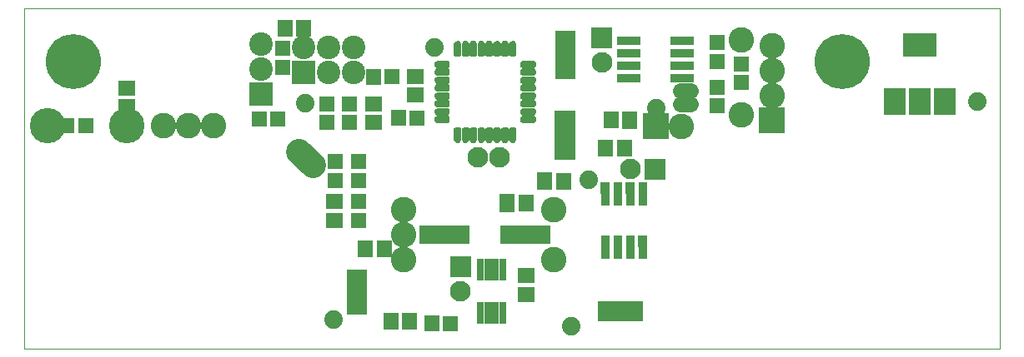
<source format=gbr>
%FSLAX34Y34*%
%MOMM*%
%LNSOLDERMASK_TOP*%
G71*
G01*
%ADD10C, 0.002*%
%ADD11C, 5.600*%
%ADD12C, 2.600*%
%ADD13R, 3.500X2.400*%
%ADD14R, 2.200X2.700*%
%ADD15R, 2.400X0.900*%
%ADD16C, 1.600*%
%ADD17R, 0.800X2.200*%
%ADD18R, 0.500X2.200*%
%ADD19R, 5.200X1.900*%
%ADD20C, 2.100*%
%ADD21R, 1.800X1.500*%
%ADD22C, 2.400*%
%ADD23R, 1.500X1.600*%
%ADD24C, 3.600*%
%ADD25R, 1.500X1.800*%
%ADD26R, 1.600X1.500*%
%ADD27R, 2.100X5.000*%
%ADD28C, 2.600*%
%ADD29C, 1.880*%
%ADD30R, 2.100X4.600*%
%ADD31R, 4.600X2.100*%
%ADD32R, 0.900X2.400*%
%ADD33C, 0.200*%
%ADD34R, 0.700X0.700*%
%LPD*%
G54D10*
X792Y-396D02*
X990792Y-396D01*
X990792Y-346396D01*
X792Y-346396D01*
X792Y-396D01*
X50402Y-54371D02*
G54D11*
D03*
X831451Y-54371D02*
G54D11*
D03*
G36*
X746617Y-127298D02*
X746617Y-101298D01*
X772617Y-101298D01*
X772617Y-127298D01*
X746617Y-127298D01*
G37*
X759618Y-88898D02*
G54D12*
D03*
X759618Y-63498D02*
G54D12*
D03*
X759618Y-38098D02*
G54D12*
D03*
X386157Y-205184D02*
G54D12*
D03*
X538557Y-205184D02*
G54D12*
D03*
X386157Y-230584D02*
G54D12*
D03*
X538557Y-255984D02*
G54D12*
D03*
X386157Y-255984D02*
G54D12*
D03*
X909741Y-37565D02*
G54D13*
D03*
X909636Y-95250D02*
G54D14*
D03*
G36*
X924036Y-81750D02*
X946036Y-81749D01*
X946036Y-108749D01*
X924036Y-108750D01*
X924036Y-81750D01*
G37*
X884236Y-95250D02*
G54D14*
D03*
X668732Y-71833D02*
G54D15*
D03*
X668732Y-59133D02*
G54D15*
D03*
X668733Y-46433D02*
G54D15*
D03*
X668732Y-33733D02*
G54D15*
D03*
X614733Y-33733D02*
G54D15*
D03*
X614732Y-46433D02*
G54D15*
D03*
X614732Y-59133D02*
G54D15*
D03*
X614733Y-71833D02*
G54D15*
D03*
G54D16*
X667304Y-83739D02*
X677304Y-83739D01*
G54D16*
X667304Y-98039D02*
X677304Y-98039D01*
X486772Y-310002D02*
G54D17*
D03*
X480184Y-310002D02*
G54D18*
D03*
X475184Y-310002D02*
G54D18*
D03*
X470184Y-310001D02*
G54D18*
D03*
X480184Y-266001D02*
G54D18*
D03*
X475184Y-266001D02*
G54D18*
D03*
X470184Y-266001D02*
G54D18*
D03*
X463753Y-310002D02*
G54D17*
D03*
X486772Y-265949D02*
G54D17*
D03*
X463753Y-265949D02*
G54D17*
D03*
X509468Y-230264D02*
G54D19*
D03*
X427712Y-230264D02*
G54D19*
D03*
G36*
X433205Y-252626D02*
X454205Y-252626D01*
X454205Y-273626D01*
X433205Y-273626D01*
X433205Y-252626D01*
G37*
X443705Y-288527D02*
G54D20*
D03*
G36*
X597465Y-40590D02*
X576465Y-40590D01*
X576465Y-19590D01*
X597465Y-19590D01*
X597465Y-40590D01*
G37*
X586965Y-55490D02*
G54D20*
D03*
X398040Y-69476D02*
G54D21*
D03*
X398040Y-88476D02*
G54D21*
D03*
G36*
X272412Y-53422D02*
X296412Y-53422D01*
X296412Y-77422D01*
X272412Y-77422D01*
X272412Y-53422D01*
G37*
X284412Y-40022D02*
G54D22*
D03*
X309812Y-65422D02*
G54D22*
D03*
X309812Y-40022D02*
G54D22*
D03*
X335212Y-65422D02*
G54D22*
D03*
X335212Y-40022D02*
G54D22*
D03*
X483392Y-152002D02*
G54D20*
D03*
G36*
X347751Y-61849D02*
X362751Y-61849D01*
X362751Y-77849D01*
X347751Y-77849D01*
X347751Y-61849D01*
G37*
X374251Y-69849D02*
G54D23*
D03*
X24376Y-119458D02*
G54D24*
D03*
X104376Y-119458D02*
G54D24*
D03*
X142080Y-119458D02*
G54D12*
D03*
X167480Y-119458D02*
G54D12*
D03*
X192880Y-119458D02*
G54D12*
D03*
X104353Y-100382D02*
G54D21*
D03*
X104353Y-81383D02*
G54D21*
D03*
X596502Y-113901D02*
G54D25*
D03*
G36*
X608002Y-104902D02*
X623002Y-104901D01*
X623002Y-122901D01*
X608002Y-122902D01*
X608002Y-104902D01*
G37*
G36*
X655218Y-107116D02*
X655218Y-133116D01*
X629218Y-133116D01*
X629218Y-107116D01*
X655218Y-107116D01*
G37*
X667617Y-120117D02*
G54D12*
D03*
X258313Y-112711D02*
G54D23*
D03*
X239313Y-112711D02*
G54D23*
D03*
X461168Y-152002D02*
G54D20*
D03*
X308070Y-116534D02*
G54D26*
D03*
X308070Y-97534D02*
G54D26*
D03*
X44052Y-119855D02*
G54D23*
D03*
X63051Y-119854D02*
G54D23*
D03*
X331088Y-116586D02*
G54D26*
D03*
X331087Y-97586D02*
G54D26*
D03*
X339698Y-175392D02*
G54D26*
D03*
X339698Y-156392D02*
G54D26*
D03*
X510356Y-272279D02*
G54D21*
D03*
X510356Y-291279D02*
G54D21*
D03*
G36*
X539461Y-104280D02*
X560461Y-104280D01*
X560462Y-154280D01*
X539462Y-154280D01*
X539461Y-104280D01*
G37*
X549962Y-47524D02*
G54D27*
D03*
X355296Y-116585D02*
G54D21*
D03*
X355296Y-97585D02*
G54D21*
D03*
X609996Y-142476D02*
G54D25*
D03*
X590997Y-142476D02*
G54D25*
D03*
G54D28*
X293216Y-159867D02*
X279073Y-145725D01*
X316707Y-156367D02*
G54D26*
D03*
X316707Y-175367D02*
G54D26*
D03*
X339724Y-196900D02*
G54D26*
D03*
X339724Y-215899D02*
G54D26*
D03*
X315911Y-196898D02*
G54D21*
D03*
X315911Y-215898D02*
G54D21*
D03*
X968374Y-95250D02*
G54D29*
D03*
X286145Y-97232D02*
G54D29*
D03*
X338533Y-289320D02*
G54D30*
D03*
X605630Y-308370D02*
G54D31*
D03*
G36*
X228975Y-99672D02*
X228975Y-75672D01*
X252975Y-75672D01*
X252975Y-99672D01*
X228975Y-99672D01*
G37*
X240975Y-62272D02*
G54D22*
D03*
X240975Y-36872D02*
G54D22*
D03*
X704547Y-54277D02*
G54D26*
D03*
X704547Y-35277D02*
G54D26*
D03*
X704574Y-99493D02*
G54D26*
D03*
X704574Y-80493D02*
G54D26*
D03*
X728758Y-56655D02*
G54D26*
D03*
X728758Y-75655D02*
G54D26*
D03*
X728339Y-32805D02*
G54D12*
D03*
X728339Y-109004D02*
G54D12*
D03*
X590548Y-243283D02*
G54D32*
D03*
X603249Y-243283D02*
G54D32*
D03*
X615948Y-243283D02*
G54D32*
D03*
G36*
X624148Y-231282D02*
X633148Y-231282D01*
X633150Y-255282D01*
X624150Y-255282D01*
X624148Y-231282D01*
G37*
X628648Y-189283D02*
G54D32*
D03*
G36*
X611448Y-177283D02*
X620448Y-177282D01*
X620449Y-201282D01*
X611449Y-201283D01*
X611448Y-177283D01*
G37*
X603248Y-189283D02*
G54D32*
D03*
G36*
X586048Y-177283D02*
X595048Y-177283D01*
X595049Y-201283D01*
X586049Y-201283D01*
X586048Y-177283D01*
G37*
G36*
X630680Y-174564D02*
X630680Y-153564D01*
X651680Y-153564D01*
X651680Y-174564D01*
X630680Y-174564D01*
G37*
X615780Y-164064D02*
G54D20*
D03*
X417114Y-39686D02*
G54D29*
D03*
X555623Y-323848D02*
G54D29*
D03*
X314323Y-316704D02*
G54D29*
D03*
X642142Y-101598D02*
G54D29*
D03*
X573483Y-175020D02*
G54D29*
D03*
G36*
X373101Y-103918D02*
X388101Y-103918D01*
X388102Y-119918D01*
X373102Y-119918D01*
X373101Y-103918D01*
G37*
X399601Y-111918D02*
G54D23*
D03*
X391689Y-318714D02*
G54D25*
D03*
X372690Y-318714D02*
G54D25*
D03*
G36*
X406835Y-313071D02*
X421835Y-313071D01*
X421835Y-329071D01*
X406835Y-329071D01*
X406835Y-313071D01*
G37*
X433335Y-321071D02*
G54D23*
D03*
G36*
X521535Y-167210D02*
X536535Y-167210D01*
X536536Y-185210D01*
X521536Y-185210D01*
X521535Y-167210D01*
G37*
X548035Y-176210D02*
G54D25*
D03*
G36*
X483435Y-189435D02*
X498435Y-189435D01*
X498436Y-207435D01*
X483436Y-207435D01*
X483435Y-189435D01*
G37*
X509935Y-198435D02*
G54D25*
D03*
X366266Y-245267D02*
G54D25*
D03*
X347266Y-245267D02*
G54D25*
D03*
G36*
X519614Y-114338D02*
X517614Y-116338D01*
X506614Y-116338D01*
X505614Y-115338D01*
X505614Y-111338D01*
X506614Y-110338D01*
X517614Y-110338D01*
X519614Y-112338D01*
X519614Y-114338D01*
G37*
G54D33*
X519614Y-114338D02*
X517614Y-116338D01*
X506614Y-116338D01*
X505614Y-115338D01*
X505614Y-111338D01*
X506614Y-110338D01*
X517614Y-110338D01*
X519614Y-112338D01*
X519614Y-114338D01*
G36*
X519614Y-106338D02*
X517614Y-108338D01*
X506614Y-108338D01*
X505614Y-107338D01*
X505614Y-103338D01*
X506614Y-102338D01*
X517614Y-102338D01*
X519614Y-104338D01*
X519614Y-106338D01*
G37*
G54D33*
X519614Y-106338D02*
X517614Y-108338D01*
X506614Y-108338D01*
X505614Y-107338D01*
X505614Y-103338D01*
X506614Y-102338D01*
X517614Y-102338D01*
X519614Y-104338D01*
X519614Y-106338D01*
X511114Y-113338D02*
G54D34*
D03*
X511114Y-105338D02*
G54D34*
D03*
G36*
X519614Y-98338D02*
X517614Y-100338D01*
X506614Y-100338D01*
X505614Y-99338D01*
X505614Y-95338D01*
X506614Y-94338D01*
X517614Y-94338D01*
X519614Y-96338D01*
X519614Y-98338D01*
G37*
G54D33*
X519614Y-98338D02*
X517614Y-100338D01*
X506614Y-100338D01*
X505614Y-99338D01*
X505614Y-95338D01*
X506614Y-94338D01*
X517614Y-94338D01*
X519614Y-96338D01*
X519614Y-98338D01*
G36*
X519614Y-90338D02*
X517614Y-92338D01*
X506614Y-92338D01*
X505614Y-91338D01*
X505614Y-87338D01*
X506614Y-86338D01*
X517614Y-86338D01*
X519614Y-88338D01*
X519614Y-90338D01*
G37*
G54D33*
X519614Y-90338D02*
X517614Y-92338D01*
X506614Y-92338D01*
X505614Y-91338D01*
X505614Y-87338D01*
X506614Y-86338D01*
X517614Y-86338D01*
X519614Y-88338D01*
X519614Y-90338D01*
X511114Y-97338D02*
G54D34*
D03*
X511114Y-89338D02*
G54D34*
D03*
G36*
X519614Y-82338D02*
X517614Y-84338D01*
X506614Y-84338D01*
X505614Y-83338D01*
X505614Y-79338D01*
X506614Y-78338D01*
X517614Y-78338D01*
X519614Y-80338D01*
X519614Y-82338D01*
G37*
G54D33*
X519614Y-82338D02*
X517614Y-84338D01*
X506614Y-84338D01*
X505614Y-83338D01*
X505614Y-79338D01*
X506614Y-78338D01*
X517614Y-78338D01*
X519614Y-80338D01*
X519614Y-82338D01*
G36*
X519614Y-74338D02*
X517614Y-76338D01*
X506614Y-76338D01*
X505614Y-75338D01*
X505614Y-71338D01*
X506614Y-70338D01*
X517614Y-70338D01*
X519614Y-72338D01*
X519614Y-74338D01*
G37*
G54D33*
X519614Y-74338D02*
X517614Y-76338D01*
X506614Y-76338D01*
X505614Y-75338D01*
X505614Y-71338D01*
X506614Y-70338D01*
X517614Y-70338D01*
X519614Y-72338D01*
X519614Y-74338D01*
X511114Y-81338D02*
G54D34*
D03*
X511114Y-73338D02*
G54D34*
D03*
G36*
X519614Y-66338D02*
X517614Y-68338D01*
X506614Y-68338D01*
X505614Y-67338D01*
X505614Y-63338D01*
X506614Y-62338D01*
X517614Y-62338D01*
X519614Y-64338D01*
X519614Y-66338D01*
G37*
G54D33*
X519614Y-66338D02*
X517614Y-68338D01*
X506614Y-68338D01*
X505614Y-67338D01*
X505614Y-63338D01*
X506614Y-62338D01*
X517614Y-62338D01*
X519614Y-64338D01*
X519614Y-66338D01*
G36*
X519614Y-58338D02*
X517614Y-60338D01*
X506614Y-60338D01*
X505614Y-59338D01*
X505614Y-55338D01*
X506614Y-54338D01*
X517614Y-54338D01*
X519614Y-56338D01*
X519614Y-58338D01*
G37*
G54D33*
X519614Y-58338D02*
X517614Y-60338D01*
X506614Y-60338D01*
X505614Y-59338D01*
X505614Y-55338D01*
X506614Y-54338D01*
X517614Y-54338D01*
X519614Y-56338D01*
X519614Y-58338D01*
X511114Y-65338D02*
G54D34*
D03*
X511114Y-57338D02*
G54D34*
D03*
G36*
X439614Y-136338D02*
X437614Y-134338D01*
X437614Y-123338D01*
X438614Y-122338D01*
X442614Y-122338D01*
X443614Y-123338D01*
X443614Y-134338D01*
X441614Y-136338D01*
X439614Y-136338D01*
G37*
G54D33*
X439614Y-136338D02*
X437614Y-134338D01*
X437614Y-123338D01*
X438614Y-122338D01*
X442614Y-122338D01*
X443614Y-123338D01*
X443614Y-134338D01*
X441614Y-136338D01*
X439614Y-136338D01*
G36*
X447614Y-136338D02*
X445614Y-134338D01*
X445614Y-123338D01*
X446614Y-122338D01*
X450614Y-122338D01*
X451614Y-123338D01*
X451614Y-134338D01*
X449614Y-136338D01*
X447614Y-136338D01*
G37*
G54D33*
X447614Y-136338D02*
X445614Y-134338D01*
X445614Y-123338D01*
X446614Y-122338D01*
X450614Y-122338D01*
X451614Y-123338D01*
X451614Y-134338D01*
X449614Y-136338D01*
X447614Y-136338D01*
X440614Y-127838D02*
G54D34*
D03*
X448614Y-127838D02*
G54D34*
D03*
G36*
X455614Y-136338D02*
X453614Y-134338D01*
X453614Y-123338D01*
X454614Y-122338D01*
X458614Y-122338D01*
X459614Y-123338D01*
X459614Y-134338D01*
X457614Y-136338D01*
X455614Y-136338D01*
G37*
G54D33*
X455614Y-136338D02*
X453614Y-134338D01*
X453614Y-123338D01*
X454614Y-122338D01*
X458614Y-122338D01*
X459614Y-123338D01*
X459614Y-134338D01*
X457614Y-136338D01*
X455614Y-136338D01*
G36*
X463614Y-136338D02*
X461614Y-134338D01*
X461614Y-123338D01*
X462614Y-122338D01*
X466614Y-122338D01*
X467614Y-123338D01*
X467614Y-134338D01*
X465614Y-136338D01*
X463614Y-136338D01*
G37*
G54D33*
X463614Y-136338D02*
X461614Y-134338D01*
X461614Y-123338D01*
X462614Y-122338D01*
X466614Y-122338D01*
X467614Y-123338D01*
X467614Y-134338D01*
X465614Y-136338D01*
X463614Y-136338D01*
X456614Y-127838D02*
G54D34*
D03*
X464614Y-127838D02*
G54D34*
D03*
G36*
X471614Y-136338D02*
X469614Y-134338D01*
X469614Y-123338D01*
X470614Y-122338D01*
X474614Y-122338D01*
X475614Y-123338D01*
X475614Y-134338D01*
X473614Y-136338D01*
X471614Y-136338D01*
G37*
G54D33*
X471614Y-136338D02*
X469614Y-134338D01*
X469614Y-123338D01*
X470614Y-122338D01*
X474614Y-122338D01*
X475614Y-123338D01*
X475614Y-134338D01*
X473614Y-136338D01*
X471614Y-136338D01*
G36*
X479614Y-136338D02*
X477614Y-134338D01*
X477614Y-123338D01*
X478614Y-122338D01*
X482614Y-122338D01*
X483614Y-123338D01*
X483614Y-134338D01*
X481614Y-136338D01*
X479614Y-136338D01*
G37*
G54D33*
X479614Y-136338D02*
X477614Y-134338D01*
X477614Y-123338D01*
X478614Y-122338D01*
X482614Y-122338D01*
X483614Y-123338D01*
X483614Y-134338D01*
X481614Y-136338D01*
X479614Y-136338D01*
X472614Y-127838D02*
G54D34*
D03*
X480614Y-127838D02*
G54D34*
D03*
G36*
X487614Y-136338D02*
X485614Y-134338D01*
X485614Y-123338D01*
X486614Y-122338D01*
X490614Y-122338D01*
X491614Y-123338D01*
X491614Y-134338D01*
X489614Y-136338D01*
X487614Y-136338D01*
G37*
G54D33*
X487614Y-136338D02*
X485614Y-134338D01*
X485614Y-123338D01*
X486614Y-122338D01*
X490614Y-122338D01*
X491614Y-123338D01*
X491614Y-134338D01*
X489614Y-136338D01*
X487614Y-136338D01*
G36*
X495614Y-136338D02*
X493614Y-134338D01*
X493614Y-123338D01*
X494614Y-122338D01*
X498614Y-122338D01*
X499614Y-123338D01*
X499614Y-134338D01*
X497614Y-136338D01*
X495614Y-136338D01*
G37*
G54D33*
X495614Y-136338D02*
X493614Y-134338D01*
X493614Y-123338D01*
X494614Y-122338D01*
X498614Y-122338D01*
X499614Y-123338D01*
X499614Y-134338D01*
X497614Y-136338D01*
X495614Y-136338D01*
X488614Y-127838D02*
G54D34*
D03*
X496614Y-127838D02*
G54D34*
D03*
G36*
X417614Y-56338D02*
X419614Y-54338D01*
X430614Y-54338D01*
X431614Y-55338D01*
X431614Y-59338D01*
X430614Y-60338D01*
X419614Y-60338D01*
X417614Y-58338D01*
X417614Y-56338D01*
G37*
G54D33*
X417614Y-56338D02*
X419614Y-54338D01*
X430614Y-54338D01*
X431614Y-55338D01*
X431614Y-59338D01*
X430614Y-60338D01*
X419614Y-60338D01*
X417614Y-58338D01*
X417614Y-56338D01*
G36*
X417614Y-64338D02*
X419614Y-62338D01*
X430614Y-62338D01*
X431614Y-63338D01*
X431614Y-67338D01*
X430614Y-68338D01*
X419614Y-68338D01*
X417614Y-66338D01*
X417614Y-64338D01*
G37*
G54D33*
X417614Y-64338D02*
X419614Y-62338D01*
X430614Y-62338D01*
X431614Y-63338D01*
X431614Y-67338D01*
X430614Y-68338D01*
X419614Y-68338D01*
X417614Y-66338D01*
X417614Y-64338D01*
G36*
X422614Y-53838D02*
X429614Y-53838D01*
X429614Y-60838D01*
X422614Y-60838D01*
X422614Y-53838D01*
G37*
G36*
X422614Y-61838D02*
X429614Y-61838D01*
X429614Y-68838D01*
X422614Y-68838D01*
X422614Y-61838D01*
G37*
G36*
X417614Y-72338D02*
X419614Y-70338D01*
X430614Y-70338D01*
X431614Y-71338D01*
X431614Y-75338D01*
X430614Y-76338D01*
X419614Y-76338D01*
X417614Y-74338D01*
X417614Y-72338D01*
G37*
G54D33*
X417614Y-72338D02*
X419614Y-70338D01*
X430614Y-70338D01*
X431614Y-71338D01*
X431614Y-75338D01*
X430614Y-76338D01*
X419614Y-76338D01*
X417614Y-74338D01*
X417614Y-72338D01*
G36*
X417614Y-80338D02*
X419614Y-78338D01*
X430614Y-78338D01*
X431614Y-79338D01*
X431614Y-83338D01*
X430614Y-84338D01*
X419614Y-84338D01*
X417614Y-82338D01*
X417614Y-80338D01*
G37*
G54D33*
X417614Y-80338D02*
X419614Y-78338D01*
X430614Y-78338D01*
X431614Y-79338D01*
X431614Y-83338D01*
X430614Y-84338D01*
X419614Y-84338D01*
X417614Y-82338D01*
X417614Y-80338D01*
X426114Y-73338D02*
G54D34*
D03*
X426114Y-81338D02*
G54D34*
D03*
G36*
X417614Y-88338D02*
X419614Y-86338D01*
X430614Y-86338D01*
X431614Y-87338D01*
X431614Y-91338D01*
X430614Y-92338D01*
X419614Y-92338D01*
X417614Y-90338D01*
X417614Y-88338D01*
G37*
G54D33*
X417614Y-88338D02*
X419614Y-86338D01*
X430614Y-86338D01*
X431614Y-87338D01*
X431614Y-91338D01*
X430614Y-92338D01*
X419614Y-92338D01*
X417614Y-90338D01*
X417614Y-88338D01*
G36*
X417614Y-96338D02*
X419614Y-94338D01*
X430614Y-94338D01*
X431614Y-95338D01*
X431614Y-99338D01*
X430614Y-100338D01*
X419614Y-100338D01*
X417614Y-98338D01*
X417614Y-96338D01*
G37*
G54D33*
X417614Y-96338D02*
X419614Y-94338D01*
X430614Y-94338D01*
X431614Y-95338D01*
X431614Y-99338D01*
X430614Y-100338D01*
X419614Y-100338D01*
X417614Y-98338D01*
X417614Y-96338D01*
X426114Y-89338D02*
G54D34*
D03*
X426114Y-97338D02*
G54D34*
D03*
G36*
X417614Y-104338D02*
X419614Y-102338D01*
X430614Y-102338D01*
X431614Y-103338D01*
X431614Y-107338D01*
X430614Y-108338D01*
X419614Y-108338D01*
X417614Y-106338D01*
X417614Y-104338D01*
G37*
G54D33*
X417614Y-104338D02*
X419614Y-102338D01*
X430614Y-102338D01*
X431614Y-103338D01*
X431614Y-107338D01*
X430614Y-108338D01*
X419614Y-108338D01*
X417614Y-106338D01*
X417614Y-104338D01*
G36*
X417614Y-112338D02*
X419614Y-110338D01*
X430614Y-110338D01*
X431614Y-111338D01*
X431614Y-115338D01*
X430614Y-116338D01*
X419614Y-116338D01*
X417614Y-114338D01*
X417614Y-112338D01*
G37*
G54D33*
X417614Y-112338D02*
X419614Y-110338D01*
X430614Y-110338D01*
X431614Y-111338D01*
X431614Y-115338D01*
X430614Y-116338D01*
X419614Y-116338D01*
X417614Y-114338D01*
X417614Y-112338D01*
G36*
X422614Y-101838D02*
X429614Y-101838D01*
X429614Y-108838D01*
X422614Y-108838D01*
X422614Y-101838D01*
G37*
X426114Y-113338D02*
G54D34*
D03*
G36*
X497614Y-34338D02*
X499614Y-36338D01*
X499614Y-47338D01*
X498614Y-48338D01*
X494614Y-48338D01*
X493614Y-47338D01*
X493614Y-36338D01*
X495614Y-34338D01*
X497614Y-34338D01*
G37*
G54D33*
X497614Y-34338D02*
X499614Y-36338D01*
X499614Y-47338D01*
X498614Y-48338D01*
X494614Y-48338D01*
X493614Y-47338D01*
X493614Y-36338D01*
X495614Y-34338D01*
X497614Y-34338D01*
G36*
X489614Y-34338D02*
X491614Y-36338D01*
X491614Y-47338D01*
X490614Y-48338D01*
X486614Y-48338D01*
X485614Y-47338D01*
X485614Y-36338D01*
X487614Y-34338D01*
X489614Y-34338D01*
G37*
G54D33*
X489614Y-34338D02*
X491614Y-36338D01*
X491614Y-47338D01*
X490614Y-48338D01*
X486614Y-48338D01*
X485614Y-47338D01*
X485614Y-36338D01*
X487614Y-34338D01*
X489614Y-34338D01*
X496614Y-42838D02*
G54D34*
D03*
X488614Y-42838D02*
G54D34*
D03*
G36*
X481614Y-34338D02*
X483614Y-36338D01*
X483614Y-47338D01*
X482614Y-48338D01*
X478614Y-48338D01*
X477614Y-47338D01*
X477614Y-36338D01*
X479614Y-34338D01*
X481614Y-34338D01*
G37*
G54D33*
X481614Y-34338D02*
X483614Y-36338D01*
X483614Y-47338D01*
X482614Y-48338D01*
X478614Y-48338D01*
X477614Y-47338D01*
X477614Y-36338D01*
X479614Y-34338D01*
X481614Y-34338D01*
G36*
X473614Y-34338D02*
X475614Y-36338D01*
X475614Y-47338D01*
X474614Y-48338D01*
X470614Y-48338D01*
X469614Y-47338D01*
X469614Y-36338D01*
X471614Y-34338D01*
X473614Y-34338D01*
G37*
G54D33*
X473614Y-34338D02*
X475614Y-36338D01*
X475614Y-47338D01*
X474614Y-48338D01*
X470614Y-48338D01*
X469614Y-47338D01*
X469614Y-36338D01*
X471614Y-34338D01*
X473614Y-34338D01*
X480614Y-42838D02*
G54D34*
D03*
X472614Y-42838D02*
G54D34*
D03*
G36*
X465614Y-34338D02*
X467614Y-36338D01*
X467614Y-47338D01*
X466614Y-48338D01*
X462614Y-48338D01*
X461614Y-47338D01*
X461614Y-36338D01*
X463614Y-34338D01*
X465614Y-34338D01*
G37*
G54D33*
X465614Y-34338D02*
X467614Y-36338D01*
X467614Y-47338D01*
X466614Y-48338D01*
X462614Y-48338D01*
X461614Y-47338D01*
X461614Y-36338D01*
X463614Y-34338D01*
X465614Y-34338D01*
G36*
X457614Y-34338D02*
X459614Y-36338D01*
X459614Y-47338D01*
X458614Y-48338D01*
X454614Y-48338D01*
X453614Y-47338D01*
X453614Y-36338D01*
X455614Y-34338D01*
X457614Y-34338D01*
G37*
G54D33*
X457614Y-34338D02*
X459614Y-36338D01*
X459614Y-47338D01*
X458614Y-48338D01*
X454614Y-48338D01*
X453614Y-47338D01*
X453614Y-36338D01*
X455614Y-34338D01*
X457614Y-34338D01*
X464614Y-42838D02*
G54D34*
D03*
X456614Y-42838D02*
G54D34*
D03*
G36*
X449614Y-34338D02*
X451614Y-36338D01*
X451614Y-47338D01*
X450614Y-48338D01*
X446614Y-48338D01*
X445614Y-47338D01*
X445614Y-36338D01*
X447614Y-34338D01*
X449614Y-34338D01*
G37*
G54D33*
X449614Y-34338D02*
X451614Y-36338D01*
X451614Y-47338D01*
X450614Y-48338D01*
X446614Y-48338D01*
X445614Y-47338D01*
X445614Y-36338D01*
X447614Y-34338D01*
X449614Y-34338D01*
G36*
X441614Y-34338D02*
X443614Y-36338D01*
X443614Y-47338D01*
X442614Y-48338D01*
X438614Y-48338D01*
X437614Y-47338D01*
X437614Y-36338D01*
X439614Y-34338D01*
X441614Y-34338D01*
G37*
G54D33*
X441614Y-34338D02*
X443614Y-36338D01*
X443614Y-47338D01*
X442614Y-48338D01*
X438614Y-48338D01*
X437614Y-47338D01*
X437614Y-36338D01*
X439614Y-34338D01*
X441614Y-34338D01*
X448614Y-42838D02*
G54D34*
D03*
X440614Y-42838D02*
G54D34*
D03*
X284162Y-20638D02*
G54D25*
D03*
X265162Y-20637D02*
G54D25*
D03*
X263101Y-60298D02*
G54D26*
D03*
X263101Y-41298D02*
G54D26*
D03*
M02*

</source>
